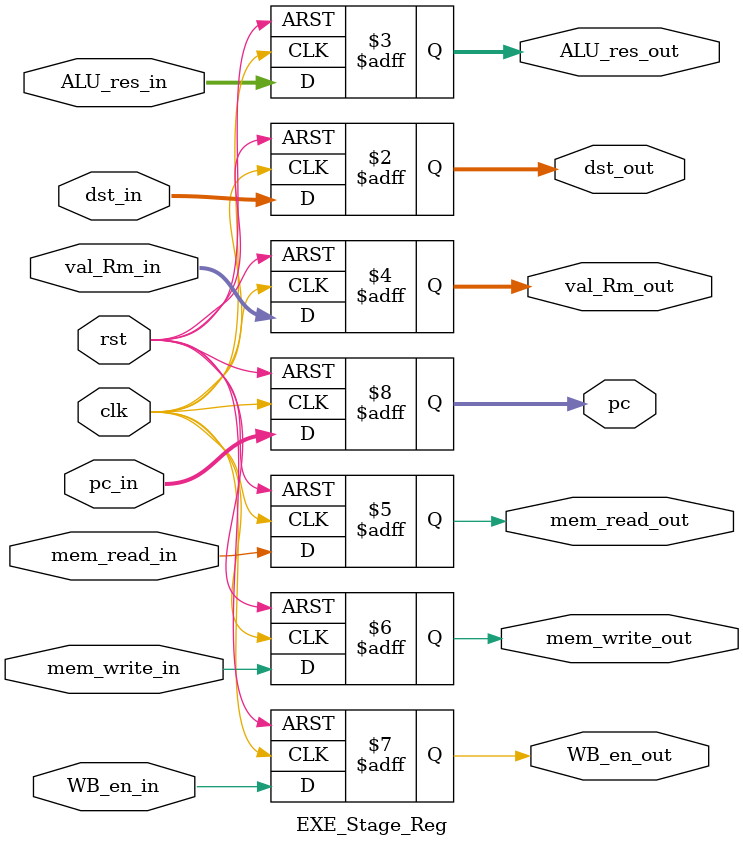
<source format=v>
module EXE_Stage_Reg
(
  input                    clk,
  input                    rst,
  input  [31:0] pc_in,
  //input  [31:0] instruction_in,
  input  [3:0] dst_in,
  input  mem_read_in, mem_write_in, WB_en_in,
  input  [31:0] val_Rm_in,
  input [31:0] ALU_res_in,
  output reg [3:0] dst_out,
  output reg [31:0] ALU_res_out,
  output reg [31:0] val_Rm_out,
  output reg mem_read_out, mem_write_out, WB_en_out,
  output reg [31:0] pc//,
  //output reg [31:0] instruction
);

always @(posedge clk, posedge rst) begin
    if(rst) begin
      pc <= 0;
      //instruction <= 0;
      dst_out <=  0;
      ALU_res_out <= 0;
      val_Rm_out <= 0;
      mem_read_out <= 0;
      mem_write_out <= 0;
      WB_en_out <= 0;
    end
    else begin
      pc <= pc_in;
      //instruction <= instruction_in;
      dst_out <= dst_in;
      ALU_res_out <= ALU_res_in;
      val_Rm_out <= val_Rm_in;
      mem_read_out <= mem_read_in;
      mem_write_out <= mem_write_in;
      WB_en_out <= WB_en_in;
    end
end

endmodule


</source>
